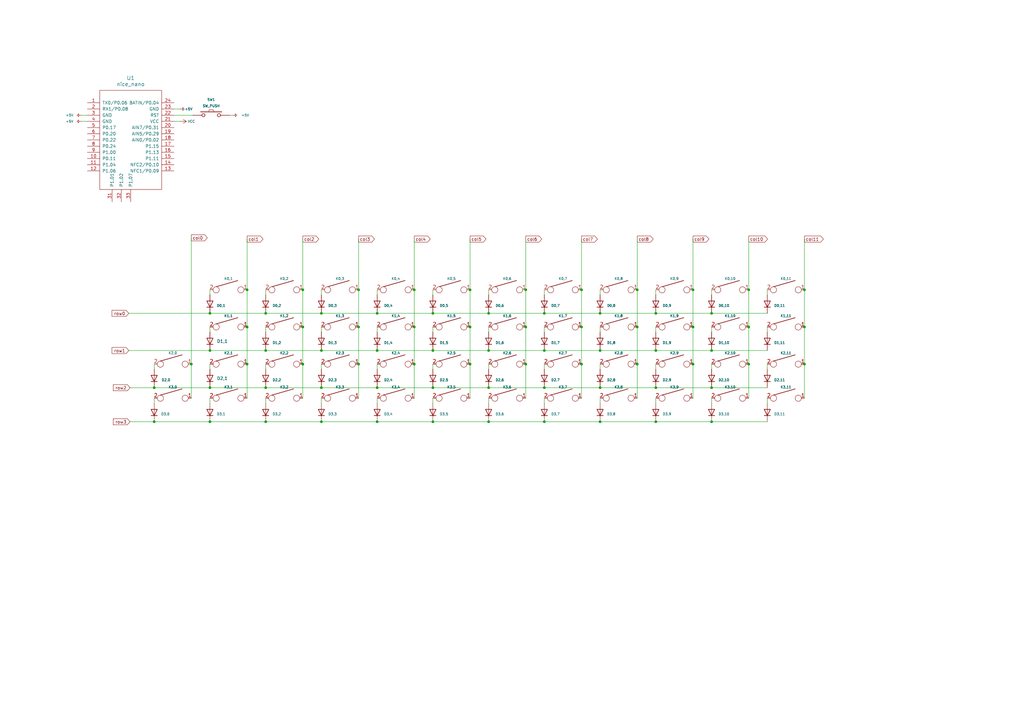
<source format=kicad_sch>
(kicad_sch (version 20211123) (generator eeschema)
  (paper "A3")
  (lib_symbols
    (symbol "Device:D" (pin_numbers hide) (pin_names (offset 1.016) hide)
      (property "Reference" "D" (at 0 2.54 0))
      (property "Value" "D" (at 0 -2.54 0))
      (symbol "D_0_1"
        (polyline (pts (xy -1.27 1.27) (xy -1.27 -1.27)) (stroke (width 0.254)))
        (polyline (pts (xy 1.27 0) (xy -1.27 0)))
        (polyline (pts (xy 1.27 1.27) (xy 1.27 -1.27) (xy -1.27 0) (xy 1.27 1.27)) (stroke (width 0.254)))
      )
      (symbol "D_1_1"
        (pin passive line (at -3.81 0 0) (length 2.54) (name "K") (number "1"))
        (pin passive line (at 3.81 0 180) (length 2.54) (name "A") (number "2"))
      )
    )
    (symbol "keyboard_parts:GND" (power) (pin_names (offset 0))
      (property "Value" "GND" (at 0 -2.54 0))
      (symbol "GND_0_0"
        (pin power_in line (at 0 0 90) (length 0) hide (name "+5V") (number "1"))
      )
      (symbol "GND_0_1"
        (polyline (pts (xy 0 -1.651) (xy 0.635 -1.016) (xy -0.635 -1.016) (xy 0 -1.651)))
      )
      (symbol "GND_1_1"
        (polyline (pts (xy 0 0) (xy 0 -1.016) (xy 0 -1.016)))
      )
    )
    (symbol "keyboard_parts:KEYSW" (pin_names (offset 1.016))
      (property "Reference" "K?" (at -1.27 0 0))
      (symbol "KEYSW_0_1"
        (circle (center -5.08 0) (radius 1.27))
        (polyline (pts (xy -5.08 1.27) (xy 3.81 3.81)) (stroke (width 0.254)))
        (circle (center 5.08 0) (radius 1.27))
      )
      (symbol "KEYSW_1_1"
        (pin passive line (at 7.62 0 180) (length 1.27) (name "~") (number "1"))
        (pin passive line (at -7.62 0 0) (length 1.27) (name "~") (number "2"))
      )
    )
    (symbol "keyboard_parts:SW_PUSH" (pin_numbers hide) (pin_names (offset 1.016) hide)
      (property "Reference" "SW" (at 3.81 2.794 0))
      (property "Value" "SW_PUSH" (at 0 -2.032 0))
      (symbol "SW_PUSH_0_1"
        (rectangle (start -4.318 1.27) (end 4.318 1.524))
        (polyline (pts (xy -1.016 1.524) (xy -0.762 2.286) (xy 0.762 2.286) (xy 1.016 1.524)))
        (pin passive inverted (at -7.62 0 0) (length 5.08) (name "1") (number "1"))
        (pin passive inverted (at 7.62 0 180) (length 5.08) (name "2") (number "2"))
      )
    )
    (symbol "nice_nano:nice_nano" (pin_names (offset 1.016))
      (property "Reference" "U" (at 0 0 0))
      (property "Value" "nice_nano" (at 0 2.54 0))
      (symbol "nice_nano_0_1"
        (rectangle (start -12.7 -21.59) (end 12.7 19.05))
      )
      (symbol "nice_nano_1_1"
        (pin input line (at -17.78 13.97 0) (length 5.08) (name "TX0/P0.06") (number "1"))
        (pin input line (at -17.78 -8.89 0) (length 5.08) (name "P0.11") (number "10"))
        (pin input line (at -17.78 -11.43 0) (length 5.08) (name "P1.04") (number "11"))
        (pin input line (at -17.78 -13.97 0) (length 5.08) (name "P1.06") (number "12"))
        (pin input line (at 17.78 -13.97 180) (length 5.08) (name "NFC1/P0.09") (number "13"))
        (pin input line (at 17.78 -11.43 180) (length 5.08) (name "NFC2/P0.10") (number "14"))
        (pin input line (at 17.78 -8.89 180) (length 5.08) (name "P1.11") (number "15"))
        (pin input line (at 17.78 -6.35 180) (length 5.08) (name "P1.13") (number "16"))
        (pin input line (at 17.78 -3.81 180) (length 5.08) (name "P1.15") (number "17"))
        (pin input line (at 17.78 -1.27 180) (length 5.08) (name "AIN0/P0.02") (number "18"))
        (pin input line (at 17.78 1.27 180) (length 5.08) (name "AIN5/P0.29") (number "19"))
        (pin input line (at -17.78 11.43 0) (length 5.08) (name "RX1/P0.08") (number "2"))
        (pin input line (at 17.78 3.81 180) (length 5.08) (name "AIN7/P0.31") (number "20"))
        (pin input line (at 17.78 6.35 180) (length 5.08) (name "VCC") (number "21"))
        (pin input line (at 17.78 8.89 180) (length 5.08) (name "RST") (number "22"))
        (pin input line (at 17.78 11.43 180) (length 5.08) (name "GND") (number "23"))
        (pin input line (at 17.78 13.97 180) (length 5.08) (name "BATIN/P0.04") (number "24"))
        (pin input line (at -17.78 8.89 0) (length 5.08) (name "GND") (number "3"))
        (pin input line (at -7.62 -26.67 90) (length 5.08) (name "P1.01") (number "31"))
        (pin input line (at -3.81 -26.67 90) (length 5.08) (name "P1.02") (number "32"))
        (pin input line (at 0 -26.67 90) (length 5.08) (name "P1.07") (number "33"))
        (pin input line (at -17.78 6.35 0) (length 5.08) (name "GND") (number "4"))
        (pin input line (at -17.78 3.81 0) (length 5.08) (name "P0.17") (number "5"))
        (pin input line (at -17.78 1.27 0) (length 5.08) (name "P0.20") (number "6"))
        (pin input line (at -17.78 -1.27 0) (length 5.08) (name "P0.22") (number "7"))
        (pin input line (at -17.78 -3.81 0) (length 5.08) (name "P0.24") (number "8"))
        (pin input line (at -17.78 -6.35 0) (length 5.08) (name "P1.00") (number "9"))
      )
    )
    (symbol "power:VCC" (power) (pin_names (offset 0))
      (property "Value" "VCC" (at 0 3.81 0))
      (symbol "VCC_0_1"
        (polyline (pts (xy -0.762 1.27) (xy 0 2.54)))
        (polyline (pts (xy 0 0) (xy 0 2.54)))
        (polyline (pts (xy 0 2.54) (xy 0.762 1.27)))
      )
      (symbol "VCC_1_1"
        (pin power_in line (at 0 0 90) (length 0) hide (name "VCC") (number "1"))
      )
    )
  )
  (junction (at 169.926 134.112))
  (junction (at 154.686 128.524))
  (junction (at 131.826 143.764))
  (junction (at 108.966 172.974))
  (junction (at 238.506 118.872))
  (junction (at 223.266 159.004))
  (junction (at 192.786 118.872))
  (junction (at 268.986 172.974))
  (junction (at 108.966 143.764))
  (junction (at 108.966 128.524))
  (junction (at 268.986 143.764))
  (junction (at 154.686 159.004))
  (junction (at 215.646 149.352))
  (junction (at 63.246 172.974))
  (junction (at 192.786 134.112))
  (junction (at 307.086 118.872))
  (junction (at 154.686 143.764))
  (junction (at 200.406 143.764))
  (junction (at 284.226 118.872))
  (junction (at 329.946 134.112))
  (junction (at 329.946 149.352))
  (junction (at 101.346 118.872))
  (junction (at 246.126 159.004))
  (junction (at 215.646 134.112))
  (junction (at 154.686 172.974))
  (junction (at 124.206 118.872))
  (junction (at 268.986 159.004))
  (junction (at 291.846 159.004))
  (junction (at 63.246 159.004))
  (junction (at 268.986 128.524))
  (junction (at 223.266 143.764))
  (junction (at 291.846 172.974))
  (junction (at 329.946 118.872))
  (junction (at 169.926 149.352))
  (junction (at 147.066 149.352))
  (junction (at 177.546 128.524))
  (junction (at 284.226 149.352))
  (junction (at 307.086 134.112))
  (junction (at 246.126 172.974))
  (junction (at 223.266 172.974))
  (junction (at 284.226 134.112))
  (junction (at 261.366 134.112))
  (junction (at 200.406 159.004))
  (junction (at 124.206 134.112))
  (junction (at 108.966 159.004))
  (junction (at 131.826 128.524))
  (junction (at 200.406 172.974))
  (junction (at 246.126 128.524))
  (junction (at 131.826 172.974))
  (junction (at 169.926 118.872))
  (junction (at 238.506 149.352))
  (junction (at 177.546 172.974))
  (junction (at 177.546 143.764))
  (junction (at 177.546 159.004))
  (junction (at 147.066 134.112))
  (junction (at 291.846 143.764))
  (junction (at 307.086 149.352))
  (junction (at 246.126 143.764))
  (junction (at 124.206 149.352))
  (junction (at 291.846 128.524))
  (junction (at 147.066 118.872))
  (junction (at 261.366 118.872))
  (junction (at 86.106 143.764))
  (junction (at 86.106 159.004))
  (junction (at 101.346 134.112))
  (junction (at 78.486 149.352))
  (junction (at 86.106 172.974))
  (junction (at 131.826 159.004))
  (junction (at 200.406 128.524))
  (junction (at 238.506 134.112))
  (junction (at 192.786 149.352))
  (junction (at 215.646 118.872))
  (junction (at 101.346 149.352))
  (junction (at 261.366 149.352))
  (junction (at 86.106 128.524))
  (junction (at 223.266 128.524))
  (wire (pts (xy 101.346 134.112) (xy 101.346 149.352)))
  (wire (pts (xy 154.686 128.524) (xy 177.546 128.524)))
  (wire (pts (xy 246.126 149.352) (xy 246.126 151.384)))
  (wire (pts (xy 33.274 47.244) (xy 35.814 47.244)))
  (wire (pts (xy 192.786 149.352) (xy 192.786 163.322)))
  (wire (pts (xy 63.246 172.974) (xy 86.106 172.974)))
  (wire (pts (xy 108.966 163.322) (xy 108.966 165.354)))
  (wire (pts (xy 108.966 172.974) (xy 131.826 172.974)))
  (wire (pts (xy 284.226 98.044) (xy 284.226 118.872)))
  (wire (pts (xy 101.346 118.872) (xy 101.346 134.112)))
  (wire (pts (xy 246.126 163.322) (xy 246.126 165.354)))
  (wire (pts (xy 108.966 128.524) (xy 131.826 128.524)))
  (wire (pts (xy 268.986 128.524) (xy 291.846 128.524)))
  (wire (pts (xy 124.206 149.352) (xy 124.206 163.322)))
  (wire (pts (xy 94.234 47.244) (xy 95.504 47.244)))
  (wire (pts (xy 86.106 128.524) (xy 108.966 128.524)))
  (wire (pts (xy 329.946 134.112) (xy 329.946 149.352)))
  (wire (pts (xy 291.846 163.322) (xy 291.846 165.354)))
  (wire (pts (xy 238.506 118.872) (xy 238.506 134.112)))
  (wire (pts (xy 124.206 134.112) (xy 124.206 149.352)))
  (wire (pts (xy 63.246 159.004) (xy 86.106 159.004)))
  (wire (pts (xy 131.826 172.974) (xy 154.686 172.974)))
  (wire (pts (xy 314.706 118.872) (xy 314.706 120.904)))
  (wire (pts (xy 268.986 163.322) (xy 268.986 165.354)))
  (wire (pts (xy 291.846 172.974) (xy 314.706 172.974)))
  (wire (pts (xy 215.646 98.044) (xy 215.646 118.872)))
  (wire (pts (xy 131.826 149.352) (xy 131.826 151.384)))
  (wire (pts (xy 131.826 134.112) (xy 131.826 136.144)))
  (wire (pts (xy 246.126 143.764) (xy 268.986 143.764)))
  (wire (pts (xy 154.686 159.004) (xy 177.546 159.004)))
  (wire (pts (xy 223.266 143.764) (xy 246.126 143.764)))
  (wire (pts (xy 215.646 149.352) (xy 215.646 163.322)))
  (wire (pts (xy 200.406 149.352) (xy 200.406 151.384)))
  (wire (pts (xy 284.226 149.352) (xy 284.226 163.322)))
  (wire (pts (xy 154.686 149.352) (xy 154.686 151.384)))
  (wire (pts (xy 71.374 47.244) (xy 78.994 47.244)))
  (wire (pts (xy 223.266 163.322) (xy 223.266 165.354)))
  (wire (pts (xy 291.846 149.352) (xy 291.846 151.384)))
  (wire (pts (xy 246.126 128.524) (xy 268.986 128.524)))
  (wire (pts (xy 291.846 134.112) (xy 291.846 136.144)))
  (wire (pts (xy 101.346 149.352) (xy 101.346 163.322)))
  (wire (pts (xy 177.546 143.764) (xy 200.406 143.764)))
  (wire (pts (xy 154.686 118.872) (xy 154.686 120.904)))
  (wire (pts (xy 261.366 149.352) (xy 261.366 163.322)))
  (wire (pts (xy 154.686 134.112) (xy 154.686 136.144)))
  (wire (pts (xy 131.826 163.322) (xy 131.826 165.354)))
  (wire (pts (xy 86.106 143.764) (xy 108.966 143.764)))
  (wire (pts (xy 284.226 118.872) (xy 284.226 134.112)))
  (wire (pts (xy 169.926 134.112) (xy 169.926 149.352)))
  (wire (pts (xy 314.706 163.322) (xy 314.706 165.354)))
  (wire (pts (xy 314.706 134.112) (xy 314.706 136.144)))
  (wire (pts (xy 177.546 134.112) (xy 177.546 136.144)))
  (wire (pts (xy 291.846 128.524) (xy 314.706 128.524)))
  (wire (pts (xy 108.966 149.352) (xy 108.966 151.384)))
  (wire (pts (xy 307.086 98.044) (xy 307.086 118.872)))
  (wire (pts (xy 307.086 149.352) (xy 307.086 163.322)))
  (wire (pts (xy 223.266 149.352) (xy 223.266 151.384)))
  (wire (pts (xy 329.946 118.872) (xy 329.946 134.112)))
  (wire (pts (xy 238.506 134.112) (xy 238.506 149.352)))
  (wire (pts (xy 268.986 134.112) (xy 268.986 136.144)))
  (wire (pts (xy 169.926 98.044) (xy 169.926 118.872)))
  (wire (pts (xy 223.266 134.112) (xy 223.266 136.144)))
  (wire (pts (xy 71.374 49.784) (xy 73.914 49.784)))
  (wire (pts (xy 147.066 118.872) (xy 147.066 134.112)))
  (wire (pts (xy 268.986 143.764) (xy 291.846 143.764)))
  (wire (pts (xy 291.846 159.004) (xy 314.706 159.004)))
  (wire (pts (xy 108.966 143.764) (xy 131.826 143.764)))
  (wire (pts (xy 52.832 143.764) (xy 86.106 143.764)))
  (wire (pts (xy 192.786 98.044) (xy 192.786 118.872)))
  (wire (pts (xy 33.274 49.784) (xy 35.814 49.784)))
  (wire (pts (xy 223.266 118.872) (xy 223.266 120.904)))
  (wire (pts (xy 200.406 172.974) (xy 223.266 172.974)))
  (wire (pts (xy 86.106 159.004) (xy 108.966 159.004)))
  (wire (pts (xy 314.706 149.352) (xy 314.706 151.384)))
  (wire (pts (xy 291.846 118.872) (xy 291.846 120.904)))
  (wire (pts (xy 261.366 134.112) (xy 261.366 149.352)))
  (wire (pts (xy 154.686 172.974) (xy 177.546 172.974)))
  (wire (pts (xy 131.826 143.764) (xy 154.686 143.764)))
  (wire (pts (xy 200.406 159.004) (xy 223.266 159.004)))
  (wire (pts (xy 108.966 118.872) (xy 108.966 120.904)))
  (wire (pts (xy 108.966 159.004) (xy 131.826 159.004)))
  (wire (pts (xy 86.106 118.872) (xy 86.106 120.904)))
  (wire (pts (xy 52.832 128.524) (xy 86.106 128.524)))
  (wire (pts (xy 177.546 163.322) (xy 177.546 165.354)))
  (wire (pts (xy 200.406 118.872) (xy 200.406 120.904)))
  (wire (pts (xy 86.106 172.974) (xy 108.966 172.974)))
  (wire (pts (xy 124.206 98.044) (xy 124.206 118.872)))
  (wire (pts (xy 238.506 149.352) (xy 238.506 163.322)))
  (wire (pts (xy 63.246 163.322) (xy 63.246 165.354)))
  (wire (pts (xy 200.406 134.112) (xy 200.406 136.144)))
  (wire (pts (xy 154.686 143.764) (xy 177.546 143.764)))
  (wire (pts (xy 177.546 128.524) (xy 200.406 128.524)))
  (wire (pts (xy 177.546 118.872) (xy 177.546 120.904)))
  (wire (pts (xy 53.34 159.004) (xy 63.246 159.004)))
  (wire (pts (xy 268.986 159.004) (xy 291.846 159.004)))
  (wire (pts (xy 169.926 118.872) (xy 169.926 134.112)))
  (wire (pts (xy 291.846 143.764) (xy 314.706 143.764)))
  (wire (pts (xy 238.506 98.044) (xy 238.506 118.872)))
  (wire (pts (xy 192.786 134.112) (xy 192.786 149.352)))
  (wire (pts (xy 261.366 98.044) (xy 261.366 118.872)))
  (wire (pts (xy 307.086 134.112) (xy 307.086 149.352)))
  (wire (pts (xy 53.34 172.974) (xy 63.246 172.974)))
  (wire (pts (xy 246.126 134.112) (xy 246.126 136.144)))
  (wire (pts (xy 177.546 159.004) (xy 200.406 159.004)))
  (wire (pts (xy 177.546 172.974) (xy 200.406 172.974)))
  (wire (pts (xy 307.086 118.872) (xy 307.086 134.112)))
  (wire (pts (xy 223.266 128.524) (xy 246.126 128.524)))
  (wire (pts (xy 86.106 149.352) (xy 86.106 151.384)))
  (wire (pts (xy 86.106 134.112) (xy 86.106 136.144)))
  (wire (pts (xy 86.106 163.322) (xy 86.106 165.354)))
  (wire (pts (xy 124.206 118.872) (xy 124.206 134.112)))
  (wire (pts (xy 147.066 134.112) (xy 147.066 149.352)))
  (wire (pts (xy 223.266 159.004) (xy 246.126 159.004)))
  (wire (pts (xy 108.966 134.112) (xy 108.966 136.144)))
  (wire (pts (xy 101.346 98.044) (xy 101.346 118.872)))
  (wire (pts (xy 131.826 118.872) (xy 131.826 120.904)))
  (wire (pts (xy 192.786 118.872) (xy 192.786 134.112)))
  (wire (pts (xy 78.486 149.352) (xy 78.486 163.322)))
  (wire (pts (xy 131.826 159.004) (xy 154.686 159.004)))
  (wire (pts (xy 131.826 128.524) (xy 154.686 128.524)))
  (wire (pts (xy 261.366 118.872) (xy 261.366 134.112)))
  (wire (pts (xy 268.986 149.352) (xy 268.986 151.384)))
  (wire (pts (xy 177.546 149.352) (xy 177.546 151.384)))
  (wire (pts (xy 268.986 172.974) (xy 291.846 172.974)))
  (wire (pts (xy 215.646 134.112) (xy 215.646 149.352)))
  (wire (pts (xy 329.946 149.352) (xy 329.946 163.322)))
  (wire (pts (xy 223.266 172.974) (xy 246.126 172.974)))
  (wire (pts (xy 169.926 149.352) (xy 169.926 163.322)))
  (wire (pts (xy 154.686 163.322) (xy 154.686 165.354)))
  (wire (pts (xy 147.066 98.044) (xy 147.066 118.872)))
  (wire (pts (xy 78.486 149.352) (xy 78.486 97.536)))
  (wire (pts (xy 284.226 134.112) (xy 284.226 149.352)))
  (wire (pts (xy 329.946 98.044) (xy 329.946 118.872)))
  (wire (pts (xy 200.406 143.764) (xy 223.266 143.764)))
  (wire (pts (xy 246.126 118.872) (xy 246.126 120.904)))
  (wire (pts (xy 63.246 149.352) (xy 63.246 151.384)))
  (wire (pts (xy 215.646 118.872) (xy 215.646 134.112)))
  (wire (pts (xy 246.126 159.004) (xy 268.986 159.004)))
  (wire (pts (xy 268.986 118.872) (xy 268.986 120.904)))
  (wire (pts (xy 200.406 163.322) (xy 200.406 165.354)))
  (wire (pts (xy 246.126 172.974) (xy 268.986 172.974)))
  (wire (pts (xy 71.374 44.704) (xy 73.914 44.704)))
  (wire (pts (xy 147.066 149.352) (xy 147.066 163.322)))
  (wire (pts (xy 200.406 128.524) (xy 223.266 128.524)))
  (global_label "col6" (shape output) (at 215.646 98.044 0) (property "Intersheet References" "${INTERSHEET_REFS}" (effects hide)))
  (global_label "row3" (shape input) (at 53.34 172.974 180) (property "Intersheet References" "${INTERSHEET_REFS}" (effects hide)))
  (global_label "col10" (shape output) (at 307.086 98.044 0) (property "Intersheet References" "${INTERSHEET_REFS}" (effects hide)))
  (global_label "col9" (shape output) (at 284.226 98.044 0) (property "Intersheet References" "${INTERSHEET_REFS}" (effects hide)))
  (global_label "col8" (shape output) (at 261.366 98.044 0) (property "Intersheet References" "${INTERSHEET_REFS}" (effects hide)))
  (global_label "col4" (shape output) (at 169.926 98.044 0) (property "Intersheet References" "${INTERSHEET_REFS}" (effects hide)))
  (global_label "row0" (shape input) (at 52.832 128.524 180) (property "Intersheet References" "${INTERSHEET_REFS}" (effects hide)))
  (global_label "col1" (shape output) (at 101.346 98.044 0) (property "Intersheet References" "${INTERSHEET_REFS}" (effects hide)))
  (global_label "col7" (shape output) (at 238.506 98.044 0) (property "Intersheet References" "${INTERSHEET_REFS}" (effects hide)))
  (global_label "row1" (shape input) (at 52.832 143.764 180) (property "Intersheet References" "${INTERSHEET_REFS}" (effects hide)))
  (global_label "col11" (shape output) (at 329.946 98.044 0) (property "Intersheet References" "${INTERSHEET_REFS}" (effects hide)))
  (global_label "col2" (shape output) (at 124.206 98.044 0) (property "Intersheet References" "${INTERSHEET_REFS}" (effects hide)))
  (global_label "col0" (shape output) (at 78.486 97.536 0) (property "Intersheet References" "${INTERSHEET_REFS}" (effects hide)))
  (global_label "col5" (shape output) (at 192.786 98.044 0) (property "Intersheet References" "${INTERSHEET_REFS}" (effects hide)))
  (global_label "col3" (shape output) (at 147.066 98.044 0) (property "Intersheet References" "${INTERSHEET_REFS}" (effects hide)))
  (global_label "row2" (shape input) (at 53.34 159.004 180) (property "Intersheet References" "${INTERSHEET_REFS}" (effects hide)))
  (symbol (lib_id "keyboard_parts:KEYSW") (at 116.586 134.112 0) (unit 1)
    (property "Reference" "K1,2" (at 116.586 129.54 0) (effects (font (size 1 1))))
    (property "Value" "KEYSW" (effects hide))
  )
  (symbol (lib_id "keyboard_parts:KEYSW") (at 253.746 134.112 0) (unit 1)
    (property "Reference" "K1,8" (at 253.746 129.54 0) (effects (font (size 1 1))))
    (property "Value" "KEYSW" (effects hide))
  )
  (symbol (lib_id "Device:D") (at 177.546 139.954 90) (unit 1)
    (property "Reference" "D1,5" (at 180.34 140.589 90) (effects (font (size 1 1)) (justify right)))
    (property "Value" "D" (effects hide))
  )
  (symbol (lib_id "Device:D") (at 246.126 139.954 90) (unit 1)
    (property "Reference" "D1,8" (at 248.92 140.589 90) (effects (font (size 1 1)) (justify right)))
    (property "Value" "D" (effects hide))
  )
  (symbol (lib_id "keyboard_parts:KEYSW") (at 299.466 149.352 0) (unit 1)
    (property "Reference" "K2,10" (at 299.466 144.78 0) (effects (font (size 1 1))))
    (property "Value" "KEYSW" (effects hide))
  )
  (symbol (lib_id "keyboard_parts:KEYSW") (at 93.726 118.872 0) (unit 1)
    (property "Reference" "K0,1" (at 93.726 114.3 0) (effects (font (size 1 1))))
    (property "Value" "KEYSW" (effects hide))
  )
  (symbol (lib_id "Device:D") (at 314.706 155.194 90) (unit 1)
    (property "Reference" "D2,11" (at 317.5 155.829 90) (effects (font (size 1 1)) (justify right)))
    (property "Value" "D" (effects hide))
  )
  (symbol (lib_id "keyboard_parts:KEYSW") (at 185.166 134.112 0) (unit 1)
    (property "Reference" "K1,5" (at 185.166 129.54 0) (effects (font (size 1 1))))
    (property "Value" "KEYSW" (effects hide))
  )
  (symbol (lib_id "Device:D") (at 246.126 155.194 90) (unit 1)
    (property "Reference" "D2,8" (at 248.92 155.829 90) (effects (font (size 1 1)) (justify right)))
    (property "Value" "D" (effects hide))
  )
  (symbol (lib_id "keyboard_parts:KEYSW") (at 93.726 149.352 0) (unit 1)
    (property "Reference" "K2,1" (at 93.726 144.78 0) (effects (font (size 1 1))))
    (property "Value" "KEYSW" (effects hide))
  )
  (symbol (lib_id "Device:D") (at 154.686 139.954 90) (unit 1)
    (property "Reference" "D1,4" (at 157.48 140.589 90) (effects (font (size 1 1)) (justify right)))
    (property "Value" "D" (effects hide))
  )
  (symbol (lib_id "Device:D") (at 200.406 155.194 90) (unit 1)
    (property "Reference" "D2,6" (at 203.2 155.829 90) (effects (font (size 1 1)) (justify right)))
    (property "Value" "D" (effects hide))
  )
  (symbol (lib_id "power:VCC") (at 73.914 49.784 270) (unit 1)
    (property "Reference" "#PWR?" (effects hide))
    (property "Value" "VCC" (at 76.962 49.784 90) (effects (font (size 1 1)) (justify left)))
  )
  (symbol (lib_id "Device:D") (at 63.246 169.164 90) (unit 1)
    (property "Reference" "D3,0" (at 66.04 169.799 90) (effects (font (size 1 1)) (justify right)))
    (property "Value" "D" (effects hide))
  )
  (symbol (lib_id "keyboard_parts:KEYSW") (at 70.866 163.322 0) (unit 1)
    (property "Reference" "K3,0" (at 70.866 158.75 0) (effects (font (size 1 1))))
    (property "Value" "KEYSW" (effects hide))
  )
  (symbol (lib_id "Device:D") (at 200.406 139.954 90) (unit 1)
    (property "Reference" "D1,6" (at 203.2 140.589 90) (effects (font (size 1 1)) (justify right)))
    (property "Value" "D" (effects hide))
  )
  (symbol (lib_id "keyboard_parts:KEYSW") (at 230.886 149.352 0) (unit 1)
    (property "Reference" "K2,7" (at 230.886 144.78 0) (effects (font (size 1 1))))
    (property "Value" "KEYSW" (effects hide))
  )
  (symbol (lib_id "keyboard_parts:KEYSW") (at 322.326 118.872 0) (unit 1)
    (property "Reference" "K0,11" (at 322.326 114.3 0) (effects (font (size 1 1))))
    (property "Value" "KEYSW" (effects hide))
  )
  (symbol (lib_id "keyboard_parts:KEYSW") (at 208.026 149.352 0) (unit 1)
    (property "Reference" "K2,6" (at 208.026 144.78 0) (effects (font (size 1 1))))
    (property "Value" "KEYSW" (effects hide))
  )
  (symbol (lib_id "Device:D") (at 268.986 169.164 90) (unit 1)
    (property "Reference" "D3,9" (at 271.78 169.799 90) (effects (font (size 1 1)) (justify right)))
    (property "Value" "D" (effects hide))
  )
  (symbol (lib_id "Device:D") (at 268.986 139.954 90) (unit 1)
    (property "Reference" "D1,9" (at 271.78 140.589 90) (effects (font (size 1 1)) (justify right)))
    (property "Value" "D" (effects hide))
  )
  (symbol (lib_id "keyboard_parts:KEYSW") (at 299.466 118.872 0) (unit 1)
    (property "Reference" "K0,10" (at 299.466 114.3 0) (effects (font (size 1 1))))
    (property "Value" "KEYSW" (effects hide))
  )
  (symbol (lib_id "Device:D") (at 291.846 139.954 90) (unit 1)
    (property "Reference" "D1,10" (at 294.64 140.589 90) (effects (font (size 1 1)) (justify right)))
    (property "Value" "D" (effects hide))
  )
  (symbol (lib_id "Device:D") (at 223.266 124.714 90) (unit 1)
    (property "Reference" "D0,7" (at 226.06 125.349 90) (effects (font (size 1 1)) (justify right)))
    (property "Value" "D" (effects hide))
  )
  (symbol (lib_id "keyboard_parts:KEYSW") (at 253.746 163.322 0) (unit 1)
    (property "Reference" "K3,8" (at 253.746 158.75 0) (effects (font (size 1 1))))
    (property "Value" "KEYSW" (effects hide))
  )
  (symbol (lib_id "Device:D") (at 108.966 139.954 90) (unit 1)
    (property "Reference" "D1,2" (at 111.76 140.589 90) (effects (font (size 1 1)) (justify right)))
    (property "Value" "D" (effects hide))
  )
  (symbol (lib_id "Device:D") (at 131.826 124.714 90) (unit 1)
    (property "Reference" "D0,3" (at 134.62 125.349 90) (effects (font (size 1 1)) (justify right)))
    (property "Value" "D" (effects hide))
  )
  (symbol (lib_id "keyboard_parts:KEYSW") (at 208.026 163.322 0) (unit 1)
    (property "Reference" "K3,6" (at 208.026 158.75 0) (effects (font (size 1 1))))
    (property "Value" "KEYSW" (effects hide))
  )
  (symbol (lib_id "keyboard_parts:GND") (at 33.274 49.784 270) (unit 1)
    (property "Reference" "#PWR?" (effects hide))
    (property "Value" "GND" (at 26.924 49.784 90) (effects (font (size 1 1)) (justify left)))
  )
  (symbol (lib_id "keyboard_parts:KEYSW") (at 322.326 149.352 0) (unit 1)
    (property "Reference" "K2,11" (at 322.326 144.78 0) (effects (font (size 1 1))))
    (property "Value" "KEYSW" (effects hide))
  )
  (symbol (lib_id "keyboard_parts:KEYSW") (at 185.166 149.352 0) (unit 1)
    (property "Reference" "K2,5" (at 185.166 144.78 0) (effects (font (size 1 1))))
    (property "Value" "KEYSW" (effects hide))
  )
  (symbol (lib_id "keyboard_parts:KEYSW") (at 253.746 149.352 0) (unit 1)
    (property "Reference" "K2,8" (at 253.746 144.78 0) (effects (font (size 1 1))))
    (property "Value" "KEYSW" (effects hide))
  )
  (symbol (lib_id "keyboard_parts:KEYSW") (at 70.866 149.352 0) (unit 1)
    (property "Reference" "K2,0" (at 70.866 144.78 0) (effects (font (size 1 1))))
    (property "Value" "KEYSW" (effects hide))
  )
  (symbol (lib_id "keyboard_parts:GND") (at 73.914 44.704 90) (unit 1)
    (property "Reference" "#PWR?" (effects hide))
    (property "Value" "GND" (at 78.994 44.704 90) (effects (font (size 1 1)) (justify left)))
  )
  (symbol (lib_id "Device:D") (at 291.846 124.714 90) (unit 1)
    (property "Reference" "D0,10" (at 294.64 125.349 90) (effects (font (size 1 1)) (justify right)))
    (property "Value" "D" (effects hide))
  )
  (symbol (lib_id "Device:D") (at 86.106 155.194 90) (unit 1)
    (property "Reference" "D2,1" (at 88.9 155.1939 90) (effects (justify right)))
    (property "Value" "D" (effects hide))
  )
  (symbol (lib_id "Device:D") (at 246.126 169.164 90) (unit 1)
    (property "Reference" "D3,8" (at 248.92 169.799 90) (effects (font (size 1 1)) (justify right)))
    (property "Value" "D" (effects hide))
  )
  (symbol (lib_id "keyboard_parts:KEYSW") (at 162.306 134.112 0) (unit 1)
    (property "Reference" "K1,4" (at 162.306 129.54 0) (effects (font (size 1 1))))
    (property "Value" "KEYSW" (effects hide))
  )
  (symbol (lib_id "Device:D") (at 268.986 124.714 90) (unit 1)
    (property "Reference" "D0,9" (at 271.78 125.349 90) (effects (font (size 1 1)) (justify right)))
    (property "Value" "D" (effects hide))
  )
  (symbol (lib_id "nice_nano:nice_nano") (at 53.594 56.134 0) (unit 1)
    (property "Reference" "U1" (at 53.594 32.004 0) (effects (font (size 1.524 1.524))))
    (property "Value" "nice_nano" (at 53.594 34.544 0) (effects (font (size 1.524 1.524))))
  )
  (symbol (lib_id "Device:D") (at 177.546 155.194 90) (unit 1)
    (property "Reference" "D2,5" (at 180.34 155.829 90) (effects (font (size 1 1)) (justify right)))
    (property "Value" "D" (effects hide))
  )
  (symbol (lib_id "keyboard_parts:KEYSW") (at 276.606 134.112 0) (unit 1)
    (property "Reference" "K1,9" (at 276.606 129.54 0) (effects (font (size 1 1))))
    (property "Value" "KEYSW" (effects hide))
  )
  (symbol (lib_id "Device:D") (at 108.966 124.714 90) (unit 1)
    (property "Reference" "D0,2" (at 111.76 125.349 90) (effects (font (size 1 1)) (justify right)))
    (property "Value" "D" (effects hide))
  )
  (symbol (lib_id "keyboard_parts:KEYSW") (at 208.026 118.872 0) (unit 1)
    (property "Reference" "K0,6" (at 208.026 114.3 0) (effects (font (size 1 1))))
    (property "Value" "KEYSW" (effects hide))
  )
  (symbol (lib_id "Device:D") (at 131.826 139.954 90) (unit 1)
    (property "Reference" "D1,3" (at 134.62 140.589 90) (effects (font (size 1 1)) (justify right)))
    (property "Value" "D" (effects hide))
  )
  (symbol (lib_id "keyboard_parts:KEYSW") (at 116.586 163.322 0) (unit 1)
    (property "Reference" "K3,2" (at 116.586 158.75 0) (effects (font (size 1 1))))
    (property "Value" "KEYSW" (effects hide))
  )
  (symbol (lib_id "keyboard_parts:KEYSW") (at 139.446 163.322 0) (unit 1)
    (property "Reference" "K3,3" (at 139.446 158.75 0) (effects (font (size 1 1))))
    (property "Value" "KEYSW" (effects hide))
  )
  (symbol (lib_id "keyboard_parts:KEYSW") (at 93.726 163.322 0) (unit 1)
    (property "Reference" "K3,1" (at 93.726 158.75 0) (effects (font (size 1 1))))
    (property "Value" "KEYSW" (effects hide))
  )
  (symbol (lib_id "Device:D") (at 154.686 155.194 90) (unit 1)
    (property "Reference" "D2,4" (at 157.48 155.829 90) (effects (font (size 1 1)) (justify right)))
    (property "Value" "D" (effects hide))
  )
  (symbol (lib_id "keyboard_parts:KEYSW") (at 230.886 118.872 0) (unit 1)
    (property "Reference" "K0,7" (at 230.886 114.3 0) (effects (font (size 1 1))))
    (property "Value" "KEYSW" (effects hide))
  )
  (symbol (lib_id "Device:D") (at 223.266 169.164 90) (unit 1)
    (property "Reference" "D3,7" (at 226.06 169.799 90) (effects (font (size 1 1)) (justify right)))
    (property "Value" "D" (effects hide))
  )
  (symbol (lib_id "keyboard_parts:SW_PUSH") (at 86.614 47.244 0) (unit 1)
    (property "Reference" "SW1" (at 86.614 40.894 0) (effects (font (size 1 1))))
    (property "Value" "SW_PUSH" (at 86.614 43.434 0) (effects (font (size 1 1))))
  )
  (symbol (lib_id "Device:D") (at 177.546 169.164 90) (unit 1)
    (property "Reference" "D3,5" (at 180.34 169.799 90) (effects (font (size 1 1)) (justify right)))
    (property "Value" "D" (effects hide))
  )
  (symbol (lib_id "keyboard_parts:KEYSW") (at 116.586 118.872 0) (unit 1)
    (property "Reference" "K0,2" (at 116.586 114.3 0) (effects (font (size 1 1))))
    (property "Value" "KEYSW" (effects hide))
  )
  (symbol (lib_id "keyboard_parts:KEYSW") (at 299.466 163.322 0) (unit 1)
    (property "Reference" "K3,10" (at 299.466 158.75 0) (effects (font (size 1 1))))
    (property "Value" "KEYSW" (effects hide))
  )
  (symbol (lib_id "Device:D") (at 314.706 124.714 90) (unit 1)
    (property "Reference" "D0,11" (at 317.5 125.349 90) (effects (font (size 1 1)) (justify right)))
    (property "Value" "D" (effects hide))
  )
  (symbol (lib_id "Device:D") (at 314.706 169.164 90) (unit 1)
    (property "Reference" "D3,11" (at 317.5 169.799 90) (effects (font (size 1 1)) (justify right)))
    (property "Value" "D" (effects hide))
  )
  (symbol (lib_id "Device:D") (at 154.686 169.164 90) (unit 1)
    (property "Reference" "D3,4" (at 157.48 169.799 90) (effects (font (size 1 1)) (justify right)))
    (property "Value" "D" (effects hide))
  )
  (symbol (lib_id "keyboard_parts:KEYSW") (at 139.446 134.112 0) (unit 1)
    (property "Reference" "K1,3" (at 139.446 129.54 0) (effects (font (size 1 1))))
    (property "Value" "KEYSW" (effects hide))
  )
  (symbol (lib_id "keyboard_parts:KEYSW") (at 276.606 118.872 0) (unit 1)
    (property "Reference" "K0,9" (at 276.606 114.3 0) (effects (font (size 1 1))))
    (property "Value" "KEYSW" (effects hide))
  )
  (symbol (lib_id "keyboard_parts:KEYSW") (at 162.306 163.322 0) (unit 1)
    (property "Reference" "K3,4" (at 162.306 158.75 0) (effects (font (size 1 1))))
    (property "Value" "KEYSW" (effects hide))
  )
  (symbol (lib_id "keyboard_parts:KEYSW") (at 185.166 118.872 0) (unit 1)
    (property "Reference" "K0,5" (at 185.166 114.3 0) (effects (font (size 1 1))))
    (property "Value" "KEYSW" (effects hide))
  )
  (symbol (lib_id "keyboard_parts:KEYSW") (at 230.886 163.322 0) (unit 1)
    (property "Reference" "K3,7" (at 230.886 158.75 0) (effects (font (size 1 1))))
    (property "Value" "KEYSW" (effects hide))
  )
  (symbol (lib_id "Device:D") (at 108.966 169.164 90) (unit 1)
    (property "Reference" "D3,2" (at 111.76 169.799 90) (effects (font (size 1 1)) (justify right)))
    (property "Value" "D" (effects hide))
  )
  (symbol (lib_id "Device:D") (at 154.686 124.714 90) (unit 1)
    (property "Reference" "D0,4" (at 157.48 125.349 90) (effects (font (size 1 1)) (justify right)))
    (property "Value" "D" (effects hide))
  )
  (symbol (lib_id "keyboard_parts:KEYSW") (at 139.446 149.352 0) (unit 1)
    (property "Reference" "K2,3" (at 139.446 144.78 0) (effects (font (size 1 1))))
    (property "Value" "KEYSW" (effects hide))
  )
  (symbol (lib_id "Device:D") (at 223.266 155.194 90) (unit 1)
    (property "Reference" "D2,7" (at 226.06 155.829 90) (effects (font (size 1 1)) (justify right)))
    (property "Value" "D" (effects hide))
  )
  (symbol (lib_id "Device:D") (at 200.406 124.714 90) (unit 1)
    (property "Reference" "D0,6" (at 203.2 125.349 90) (effects (font (size 1 1)) (justify right)))
    (property "Value" "D" (effects hide))
  )
  (symbol (lib_id "keyboard_parts:KEYSW") (at 208.026 134.112 0) (unit 1)
    (property "Reference" "K1,6" (at 208.026 129.54 0) (effects (font (size 1 1))))
    (property "Value" "KEYSW" (effects hide))
  )
  (symbol (lib_id "Device:D") (at 108.966 155.194 90) (unit 1)
    (property "Reference" "D2,2" (at 111.76 155.829 90) (effects (font (size 1 1)) (justify right)))
    (property "Value" "D" (effects hide))
  )
  (symbol (lib_id "keyboard_parts:GND") (at 33.274 47.244 270) (unit 1)
    (property "Reference" "#PWR?" (effects hide))
    (property "Value" "GND" (at 26.924 47.244 90) (effects (font (size 1 1)) (justify left)))
  )
  (symbol (lib_id "Device:D") (at 131.826 169.164 90) (unit 1)
    (property "Reference" "D3,3" (at 134.62 169.799 90) (effects (font (size 1 1)) (justify right)))
    (property "Value" "D" (effects hide))
  )
  (symbol (lib_id "Device:D") (at 131.826 155.194 90) (unit 1)
    (property "Reference" "D2,3" (at 134.62 155.829 90) (effects (font (size 1 1)) (justify right)))
    (property "Value" "D" (effects hide))
  )
  (symbol (lib_id "Device:D") (at 200.406 169.164 90) (unit 1)
    (property "Reference" "D3,6" (at 203.2 169.799 90) (effects (font (size 1 1)) (justify right)))
    (property "Value" "D" (effects hide))
  )
  (symbol (lib_id "Device:D") (at 63.246 155.194 90) (unit 1)
    (property "Reference" "D2,0" (at 66.294 155.829 90) (effects (font (size 1 1)) (justify right)))
    (property "Value" "D" (effects hide))
  )
  (symbol (lib_id "Device:D") (at 314.706 139.954 90) (unit 1)
    (property "Reference" "D1,11" (at 317.5 140.589 90) (effects (font (size 1 1)) (justify right)))
    (property "Value" "D" (effects hide))
  )
  (symbol (lib_id "keyboard_parts:KEYSW") (at 253.746 118.872 0) (unit 1)
    (property "Reference" "K0,8" (at 253.746 114.3 0) (effects (font (size 1 1))))
    (property "Value" "KEYSW" (effects hide))
  )
  (symbol (lib_id "keyboard_parts:KEYSW") (at 299.466 134.112 0) (unit 1)
    (property "Reference" "K1,10" (at 299.466 129.54 0) (effects (font (size 1 1))))
    (property "Value" "KEYSW" (effects hide))
  )
  (symbol (lib_id "Device:D") (at 291.846 155.194 90) (unit 1)
    (property "Reference" "D2,10" (at 294.64 155.829 90) (effects (font (size 1 1)) (justify right)))
    (property "Value" "D" (effects hide))
  )
  (symbol (lib_id "Device:D") (at 177.546 124.714 90) (unit 1)
    (property "Reference" "D0,5" (at 180.34 125.349 90) (effects (font (size 1 1)) (justify right)))
    (property "Value" "D" (effects hide))
  )
  (symbol (lib_id "keyboard_parts:KEYSW") (at 116.586 149.352 0) (unit 1)
    (property "Reference" "K2,2" (at 116.586 144.78 0) (effects (font (size 1 1))))
    (property "Value" "KEYSW" (effects hide))
  )
  (symbol (lib_id "keyboard_parts:KEYSW") (at 276.606 163.322 0) (unit 1)
    (property "Reference" "K3,9" (at 276.606 158.75 0) (effects (font (size 1 1))))
    (property "Value" "KEYSW" (effects hide))
  )
  (symbol (lib_id "keyboard_parts:KEYSW") (at 276.606 149.352 0) (unit 1)
    (property "Reference" "K2,9" (at 276.606 144.78 0) (effects (font (size 1 1))))
    (property "Value" "KEYSW" (effects hide))
  )
  (symbol (lib_id "Device:D") (at 268.986 155.194 90) (unit 1)
    (property "Reference" "D2,9" (at 271.78 155.829 90) (effects (font (size 1 1)) (justify right)))
    (property "Value" "D" (effects hide))
  )
  (symbol (lib_id "keyboard_parts:GND") (at 95.504 47.244 90) (mirror x) (unit 1)
    (property "Reference" "#PWR?" (effects hide))
    (property "Value" "GND" (at 100.584 47.244 90) (effects (font (size 1 1))))
  )
  (symbol (lib_id "keyboard_parts:KEYSW") (at 230.886 134.112 0) (unit 1)
    (property "Reference" "K1,7" (at 230.886 129.54 0) (effects (font (size 1 1))))
    (property "Value" "KEYSW" (effects hide))
  )
  (symbol (lib_id "Device:D") (at 246.126 124.714 90) (unit 1)
    (property "Reference" "D0,8" (at 248.92 125.349 90) (effects (font (size 1 1)) (justify right)))
    (property "Value" "D" (effects hide))
  )
  (symbol (lib_id "Device:D") (at 223.266 139.954 90) (unit 1)
    (property "Reference" "D1,7" (at 226.06 140.589 90) (effects (font (size 1 1)) (justify right)))
    (property "Value" "D" (effects hide))
  )
  (symbol (lib_id "keyboard_parts:KEYSW") (at 322.326 134.112 0) (unit 1)
    (property "Reference" "K1,11" (at 322.326 129.54 0) (effects (font (size 1 1))))
    (property "Value" "KEYSW" (effects hide))
  )
  (symbol (lib_id "keyboard_parts:KEYSW") (at 162.306 118.872 0) (unit 1)
    (property "Reference" "K0,4" (at 162.306 114.3 0) (effects (font (size 1 1))))
    (property "Value" "KEYSW" (effects hide))
  )
  (symbol (lib_id "keyboard_parts:KEYSW") (at 139.446 118.872 0) (unit 1)
    (property "Reference" "K0,3" (at 139.446 114.3 0) (effects (font (size 1 1))))
    (property "Value" "KEYSW" (effects hide))
  )
  (symbol (lib_id "Device:D") (at 86.106 139.954 90) (unit 1)
    (property "Reference" "D1,1" (at 88.9 139.9539 90) (effects (justify right)))
    (property "Value" "D" (effects hide))
  )
  (symbol (lib_id "Device:D") (at 86.106 169.164 90) (unit 1)
    (property "Reference" "D3,1" (at 88.9 169.799 90) (effects (font (size 1 1)) (justify right)))
    (property "Value" "D" (effects hide))
  )
  (symbol (lib_id "Device:D") (at 291.846 169.164 90) (unit 1)
    (property "Reference" "D3,10" (at 294.64 169.799 90) (effects (font (size 1 1)) (justify right)))
    (property "Value" "D" (effects hide))
  )
  (symbol (lib_id "keyboard_parts:KEYSW") (at 162.306 149.352 0) (unit 1)
    (property "Reference" "K2,4" (at 162.306 144.78 0) (effects (font (size 1 1))))
    (property "Value" "KEYSW" (effects hide))
  )
  (symbol (lib_id "keyboard_parts:KEYSW") (at 185.166 163.322 0) (unit 1)
    (property "Reference" "K3,5" (at 185.166 158.75 0) (effects (font (size 1 1))))
    (property "Value" "KEYSW" (effects hide))
  )
  (symbol (lib_id "keyboard_parts:KEYSW") (at 322.326 163.322 0) (unit 1)
    (property "Reference" "K3,11" (at 322.326 158.75 0) (effects (font (size 1 1))))
    (property "Value" "KEYSW" (effects hide))
  )
  (symbol (lib_id "Device:D") (at 86.106 124.714 90) (unit 1)
    (property "Reference" "D0,1" (at 88.9 125.349 90) (effects (font (size 1 1)) (justify right)))
    (property "Value" "D" (effects hide))
  )
  (symbol (lib_id "keyboard_parts:KEYSW") (at 93.726 134.112 0) (unit 1)
    (property "Reference" "K1,1" (at 93.726 129.54 0) (effects (font (size 1 1))))
    (property "Value" "KEYSW" (effects hide))
  )
)
</source>
